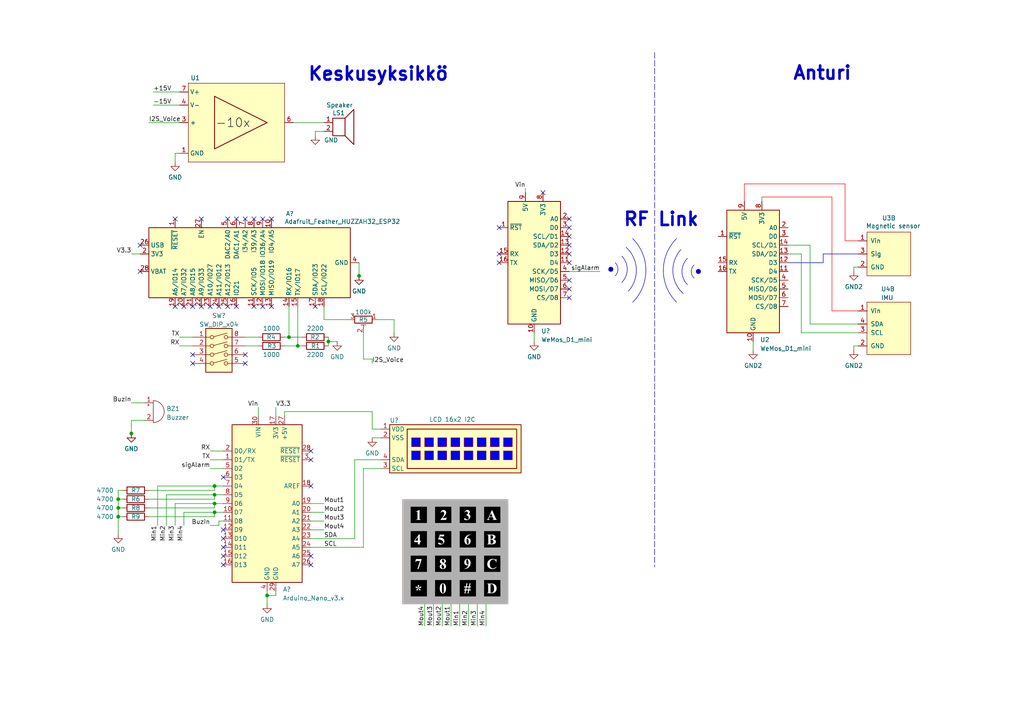
<source format=kicad_sch>
(kicad_sch (version 20231120) (generator "eeschema") (generator_version "8.0")
  (paper "A4")
  (lib_symbols
    (symbol "4002_1" (pin_names (offset 1.016))
      (property "Reference" "U4" (at -6.096 8.89 0))
      (property "Value" "IMU" (at -6.096 6.35 0))
      (symbol "4002_1_1_1"
        (arc (start -3.81 -4.445) (mid -2.5908 0) (end -3.81 4.445) (stroke (width 0.254)))
        (arc (start -0.6096 -4.445) (mid 2.2246 -2.8422) (end 3.81 0) (stroke (width 0.254)) (fill (type background)))
        (polyline (pts (xy -3.81 -4.445) (xy -0.635 -4.445)) (stroke (width 0.254)) (fill (type background)))
        (polyline (pts (xy -3.81 4.445) (xy -0.635 4.445)) (stroke (width 0.254)) (fill (type background)))
        (polyline (pts (xy -0.635 4.445) (xy -3.81 4.445) (xy -3.81 4.445) (xy -3.6322 4.0894) (xy -3.0988 2.921) (xy -2.7686 1.6764) (xy -2.6162 0.4318) (xy -2.6416 -0.8636) (xy -2.8702 -2.1082) (xy -3.2512 -3.3274) (xy -3.81 -4.445) (xy -3.81 -4.445) (xy -0.635 -4.445)) (stroke (width -25.4)) (fill (type background)))
        (arc (start 3.81 0) (mid 2.2204 2.8379) (end -0.6096 4.445) (stroke (width 0.254)) (fill (type background)))
        (pin output inverted (at 7.62 0 180) (length 3.81) (name "~") (number "1"))
        (pin input line (at -7.62 3.81 0) (length 3.81) (name "~") (number "2"))
        (pin input line (at -7.62 1.27 0) (length 4.826) (name "~") (number "3"))
        (pin input line (at -7.62 -1.27 0) (length 4.826) (name "~") (number "4"))
        (pin input line (at -7.62 -3.81 0) (length 3.81) (name "~") (number "5"))
      )
      (symbol "4002_1_1_2"
        (arc (start -0.635 -4.445) (mid 3.7907 0) (end -0.635 4.445) (stroke (width 0.254)) (fill (type background)))
        (polyline (pts (xy -0.635 4.445) (xy -3.81 4.445) (xy -3.81 -4.445) (xy -0.635 -4.445)) (stroke (width 0.254)) (fill (type background)))
        (pin output line (at 7.62 0 180) (length 3.81) (name "~") (number "1"))
        (pin input inverted (at -7.62 3.81 0) (length 3.81) (name "~") (number "2"))
        (pin input inverted (at -7.62 1.27 0) (length 3.81) (name "~") (number "3"))
        (pin input inverted (at -7.62 -1.27 0) (length 3.81) (name "~") (number "4"))
        (pin input inverted (at -7.62 -3.81 0) (length 3.81) (name "~") (number "5"))
      )
      (symbol "4002_1_2_1"
        (rectangle (start -10.16 5.08) (end 2.54 -10.16) (fill (type background)))
        (pin power_in line (at -12.7 2.54 0) (length 2.54) (name "Vin") (number "1"))
        (pin power_in line (at -12.7 -7.62 0) (length 2.54) (name "GND") (number "2"))
        (pin input line (at -12.7 -3.81 0) (length 2.54) (name "SCL") (number "3"))
        (pin bidirectional line (at -12.7 -1.27 0) (length 2.54) (name "SDA") (number "4"))
      )
      (symbol "4002_1_2_2"
        (arc (start -0.635 -4.445) (mid 3.7907 0) (end -0.635 4.445) (stroke (width 0.254)) (fill (type background)))
        (polyline (pts (xy -0.635 4.445) (xy -3.81 4.445) (xy -3.81 -4.445) (xy -0.635 -4.445)) (stroke (width 0.254)) (fill (type background)))
        (pin input inverted (at -7.62 1.27 0) (length 3.81) (name "~") (number "10"))
        (pin input inverted (at -7.62 -1.27 0) (length 3.81) (name "~") (number "11"))
        (pin input inverted (at -7.62 -3.81 0) (length 3.81) (name "~") (number "12"))
        (pin output line (at 7.62 0 180) (length 3.81) (name "~") (number "13"))
        (pin input inverted (at -7.62 3.81 0) (length 3.81) (name "~") (number "9"))
      )
      (symbol "4002_1_3_0"
        (pin power_in line (at 0 12.7 270) (length 5.08) (name "VDD") (number "14"))
        (pin power_in line (at 0 -12.7 90) (length 5.08) (name "VSS") (number "7"))
      )
      (symbol "4002_1_3_1"
        (rectangle (start -5.08 7.62) (end 5.08 -7.62) (stroke (width 0.254)) (fill (type background)))
      )
    )
    (symbol "4xxx:4002" (pin_names (offset 1.016))
      (property "Reference" "U3" (at 0 4.064 0))
      (property "Value" "Magnetic sensor" (at 0 1.778 0))
      (symbol "4002_1_1"
        (arc (start -3.81 -4.445) (mid -2.5908 0) (end -3.81 4.445) (stroke (width 0.254)))
        (arc (start -0.6096 -4.445) (mid 2.2246 -2.8422) (end 3.81 0) (stroke (width 0.254)) (fill (type background)))
        (polyline (pts (xy -3.81 -4.445) (xy -0.635 -4.445)) (stroke (width 0.254)) (fill (type background)))
        (polyline (pts (xy -3.81 4.445) (xy -0.635 4.445)) (stroke (width 0.254)) (fill (type background)))
        (polyline (pts (xy -0.635 4.445) (xy -3.81 4.445) (xy -3.81 4.445) (xy -3.6322 4.0894) (xy -3.0988 2.921) (xy -2.7686 1.6764) (xy -2.6162 0.4318) (xy -2.6416 -0.8636) (xy -2.8702 -2.1082) (xy -3.2512 -3.3274) (xy -3.81 -4.445) (xy -3.81 -4.445) (xy -0.635 -4.445)) (stroke (width -25.4)) (fill (type background)))
        (arc (start 3.81 0) (mid 2.2204 2.8379) (end -0.6096 4.445) (stroke (width 0.254)) (fill (type background)))
        (pin output inverted (at 7.62 0 180) (length 3.81) (name "~") (number "1"))
        (pin input line (at -7.62 3.81 0) (length 3.81) (name "~") (number "2"))
        (pin input line (at -7.62 1.27 0) (length 4.826) (name "~") (number "3"))
        (pin input line (at -7.62 -1.27 0) (length 4.826) (name "~") (number "4"))
        (pin input line (at -7.62 -3.81 0) (length 3.81) (name "~") (number "5"))
      )
      (symbol "4002_1_2"
        (arc (start -0.635 -4.445) (mid 3.7907 0) (end -0.635 4.445) (stroke (width 0.254)) (fill (type background)))
        (polyline (pts (xy -0.635 4.445) (xy -3.81 4.445) (xy -3.81 -4.445) (xy -0.635 -4.445)) (stroke (width 0.254)) (fill (type background)))
        (pin output line (at 7.62 0 180) (length 3.81) (name "~") (number "1"))
        (pin input inverted (at -7.62 3.81 0) (length 3.81) (name "~") (number "2"))
        (pin input inverted (at -7.62 1.27 0) (length 3.81) (name "~") (number "3"))
        (pin input inverted (at -7.62 -1.27 0) (length 3.81) (name "~") (number "4"))
        (pin input inverted (at -7.62 -3.81 0) (length 3.81) (name "~") (number "5"))
      )
      (symbol "4002_2_1"
        (rectangle (start -7.62 0) (end 5.08 -12.7) (fill (type background)))
        (pin power_in line (at -10.16 -2.54 0) (length 2.54) (name "Vin") (number "1"))
        (pin power_in line (at -10.16 -10.16 0) (length 2.54) (name "GND") (number "2"))
        (pin output line (at -10.16 -6.35 0) (length 2.54) (name "Sig") (number "3"))
      )
      (symbol "4002_2_2"
        (arc (start -0.635 -4.445) (mid 3.7907 0) (end -0.635 4.445) (stroke (width 0.254)) (fill (type background)))
        (polyline (pts (xy -0.635 4.445) (xy -3.81 4.445) (xy -3.81 -4.445) (xy -0.635 -4.445)) (stroke (width 0.254)) (fill (type background)))
        (pin input inverted (at -7.62 1.27 0) (length 3.81) (name "~") (number "10"))
        (pin input inverted (at -7.62 -1.27 0) (length 3.81) (name "~") (number "11"))
        (pin input inverted (at -7.62 -3.81 0) (length 3.81) (name "~") (number "12"))
        (pin output line (at 7.62 0 180) (length 3.81) (name "~") (number "13"))
        (pin input inverted (at -7.62 3.81 0) (length 3.81) (name "~") (number "9"))
      )
      (symbol "4002_3_0"
        (pin power_in line (at 0 12.7 270) (length 5.08) (name "VDD") (number "14"))
        (pin power_in line (at 0 -12.7 90) (length 5.08) (name "VSS") (number "7"))
      )
      (symbol "4002_3_1"
        (rectangle (start -5.08 7.62) (end 5.08 -7.62) (stroke (width 0.254)) (fill (type background)))
      )
    )
    (symbol "Amplifier_Operational:AD8021ARM"
      (property "Reference" "U1" (at 21.59 25.3686 0))
      (symbol "AD8021ARM_0_1"
        (polyline (pts (xy -22.86 -11.43) (xy -7.62 -19.05) (xy -22.86 -26.67) (xy -22.86 -11.43)) (stroke (width 0.254)) (fill (type background)))
      )
      (symbol "AD8021ARM_1_1"
        (rectangle (start -30.48 -7.62) (end -2.54 -30.48) (fill (type background)))
        (text "-10x" (at -17.526 -19.05 0) (effects (font (size 2.54 2.54))))
        (pin power_in line (at -33.02 -27.94 0) (length 2.54) (name "GND") (number "1"))
        (pin input line (at -33.02 -19.05 0) (length 2.54) (name "+") (number "3"))
        (pin power_in line (at -33.02 -13.97 0) (length 2.54) (name "V-") (number "4"))
        (pin output line (at 0 -19.05 180) (length 2.54) (name "~") (number "6"))
        (pin power_in line (at -33.02 -10.16 0) (length 2.54) (name "V+") (number "7"))
      )
    )
    (symbol "Device:Buzzer" (pin_names (offset 0.0254) hide)
      (property "Reference" "BZ" (at 3.81 1.27 0))
      (property "Value" "Buzzer" (at 3.81 -1.27 0))
      (symbol "Buzzer_0_1"
        (arc (start 0 -3.175) (mid 3.1612 0) (end 0 3.175))
        (polyline (pts (xy -1.651 1.905) (xy -1.143 1.905)))
        (polyline (pts (xy -1.397 2.159) (xy -1.397 1.651)))
        (polyline (pts (xy 0 3.175) (xy 0 -3.175)))
      )
      (symbol "Buzzer_1_1"
        (pin passive line (at -2.54 2.54 0) (length 2.54) (name "-") (number "1"))
        (pin passive line (at -2.54 -2.54 0) (length 2.54) (name "+") (number "2"))
      )
    )
    (symbol "Device:R" (pin_numbers hide) (pin_names (offset 0))
      (property "Reference" "R" (at 2.032 0 90))
      (property "Value" "R" (at 0 0 90))
      (symbol "R_0_1"
        (rectangle (start -1.016 -2.54) (end 1.016 2.54) (stroke (width 0.254)))
      )
      (symbol "R_1_1"
        (pin passive line (at 0 3.81 270) (length 1.27) (name "~") (number "1"))
        (pin passive line (at 0 -3.81 90) (length 1.27) (name "~") (number "2"))
      )
    )
    (symbol "Device:R_Potentiometer_Trim" (pin_names (offset 1.016) hide)
      (property "Reference" "RV" (at -4.445 0 90))
      (property "Value" "R_Potentiometer_Trim" (at -2.54 0 90))
      (symbol "R_Potentiometer_Trim_0_1"
        (polyline (pts (xy 1.524 0.762) (xy 1.524 -0.762)))
        (polyline (pts (xy 2.54 0) (xy 1.524 0)))
        (rectangle (start 1.016 2.54) (end -1.016 -2.54) (stroke (width 0.254)))
      )
      (symbol "R_Potentiometer_Trim_1_1"
        (pin passive line (at 0 3.81 270) (length 1.27) (name "1") (number "1"))
        (pin passive line (at 3.81 0 180) (length 1.27) (name "2") (number "2"))
        (pin passive line (at 0 -3.81 90) (length 1.27) (name "3") (number "3"))
      )
    )
    (symbol "Device:Speaker" (pin_names (offset 0) hide)
      (property "Reference" "LS" (at 1.27 5.715 0))
      (property "Value" "Speaker" (at 1.27 3.81 0))
      (symbol "Speaker_0_0"
        (rectangle (start -2.54 1.27) (end 1.016 -3.81) (stroke (width 0.254)))
        (polyline (pts (xy 1.016 1.27) (xy 3.556 3.81) (xy 3.556 -6.35) (xy 1.016 -3.81)) (stroke (width 0.254)))
      )
      (symbol "Speaker_1_1"
        (pin input line (at -5.08 0 0) (length 2.54) (name "1") (number "1"))
        (pin input line (at -5.08 -2.54 0) (length 2.54) (name "2") (number "2"))
      )
    )
    (symbol "Display_Character:EA_T123X-I2C"
      (property "Reference" "U?" (at -10.16 7.62 0))
      (property "Value" "LCD 16x2 I2C" (at 1.27 7.874 0))
      (symbol "EA_T123X-I2C_0_0"
        (rectangle (start -5.08 5.08) (end 26.67 -6.35) (stroke (width 0.254)))
      )
      (symbol "EA_T123X-I2C_0_1"
        (rectangle (start -10.16 6.35) (end 27.94 -7.62) (stroke (width 0.254)) (fill (type background)))
      )
      (symbol "EA_T123X-I2C_1_0"
        (rectangle (start -3.81 -1.27) (end -1.27 -3.81) (fill (type color) (color 0 0 255 1)))
        (rectangle (start -3.81 2.54) (end -1.27 0) (fill (type color) (color 0 0 255 1)))
        (rectangle (start 0 -1.27) (end 2.54 -3.81) (fill (type color) (color 0 0 255 1)))
        (rectangle (start 0 2.54) (end 2.54 0) (fill (type color) (color 0 0 255 1)))
        (rectangle (start 3.81 -1.27) (end 6.35 -3.81) (fill (type color) (color 0 0 255 1)))
        (rectangle (start 3.81 2.54) (end 6.35 0) (fill (type color) (color 0 0 255 1)))
        (rectangle (start 7.62 -1.27) (end 10.16 -3.81) (fill (type color) (color 0 0 255 1)))
        (rectangle (start 7.62 2.54) (end 10.16 0) (fill (type color) (color 0 0 255 1)))
        (rectangle (start 11.43 -1.27) (end 13.97 -3.81) (fill (type color) (color 0 0 255 1)))
        (rectangle (start 11.43 2.54) (end 13.97 0) (fill (type color) (color 0 0 255 1)))
        (rectangle (start 15.24 -1.27) (end 17.78 -3.81) (fill (type color) (color 0 0 255 1)))
        (rectangle (start 15.24 2.54) (end 17.78 0) (fill (type color) (color 0 0 255 1)))
        (rectangle (start 19.05 -1.27) (end 21.59 -3.81) (fill (type color) (color 0 0 255 1)))
        (rectangle (start 19.05 2.54) (end 21.59 0) (fill (type color) (color 0 0 255 1)))
        (rectangle (start 22.86 -1.27) (end 25.4 -3.81) (fill (type color) (color 0 0 255 1)))
        (rectangle (start 22.86 2.54) (end 25.4 0) (fill (type color) (color 0 0 255 1)))
      )
      (symbol "EA_T123X-I2C_1_1"
        (pin power_in line (at -12.7 5.08 0) (length 2.54) (name "VDD") (number "1"))
        (pin power_in line (at -12.7 2.54 0) (length 2.54) (name "VSS") (number "2"))
        (pin input line (at -12.7 -6.35 0) (length 2.54) (name "SCL") (number "3"))
        (pin bidirectional line (at -12.7 -3.81 0) (length 2.54) (name "SDA") (number "4"))
      )
    )
    (symbol "MCU_Module:Adafruit_Feather_HUZZAH32_ESP32"
      (property "Reference" "A" (at -10.16 29.21 0))
      (property "Value" "Adafruit_Feather_HUZZAH32_ESP32" (at 2.54 -31.75 0))
      (symbol "Adafruit_Feather_HUZZAH32_ESP32_0_1"
        (rectangle (start -10.16 27.94) (end 10.16 -30.48) (stroke (width 0.254)) (fill (type background)))
      )
      (symbol "Adafruit_Feather_HUZZAH32_ESP32_1_1"
        (pin input line (at 12.7 20.32 180) (length 2.54) (name "~{RESET}") (number "1"))
        (pin bidirectional line (at 12.7 -7.62 180) (length 2.54) (name "IO4/A5") (number "10"))
        (pin bidirectional line (at -12.7 -2.54 0) (length 2.54) (name "SCK/IO5") (number "11"))
        (pin bidirectional line (at -12.7 -5.08 0) (length 2.54) (name "MOSI/IO18") (number "12"))
        (pin bidirectional line (at -12.7 -7.62 0) (length 2.54) (name "MISO/IO19") (number "13"))
        (pin bidirectional line (at -12.7 -12.7 0) (length 2.54) (name "RX/IO16") (number "14"))
        (pin bidirectional line (at -12.7 -15.24 0) (length 2.54) (name "TX/IO17") (number "15"))
        (pin bidirectional line (at -12.7 2.54 0) (length 2.54) (name "IO21") (number "16"))
        (pin bidirectional line (at -12.7 -20.32 0) (length 2.54) (name "SDA/IO23") (number "17"))
        (pin bidirectional line (at -12.7 -22.86 0) (length 2.54) (name "SCL/IO22") (number "18"))
        (pin bidirectional line (at -12.7 20.32 0) (length 2.54) (name "A6/IO14") (number "19"))
        (pin power_in line (at 2.54 30.48 270) (length 2.54) (name "3V3") (number "2"))
        (pin bidirectional line (at -12.7 17.78 0) (length 2.54) (name "A7/IO32") (number "20"))
        (pin bidirectional line (at -12.7 15.24 0) (length 2.54) (name "A8/IO15") (number "21"))
        (pin bidirectional line (at -12.7 12.7 0) (length 2.54) (name "A9/IO33") (number "22"))
        (pin bidirectional line (at -12.7 10.16 0) (length 2.54) (name "A10/IO27") (number "23"))
        (pin bidirectional line (at -12.7 7.62 0) (length 2.54) (name "A11/IO12") (number "24"))
        (pin bidirectional line (at -12.7 5.08 0) (length 2.54) (name "A12/IO13") (number "25"))
        (pin power_in line (at 5.08 30.48 270) (length 2.54) (name "USB") (number "26"))
        (pin input line (at 12.7 12.7 180) (length 2.54) (name "EN") (number "27"))
        (pin power_in line (at -2.54 30.48 270) (length 2.54) (name "VBAT") (number "28"))
        (pin no_connect line (at 10.16 10.16 180) (length 2.54) hide (name "NC") (number "3"))
        (pin power_in line (at 0 -33.02 90) (length 2.54) (name "GND") (number "4"))
        (pin bidirectional line (at 12.7 5.08 180) (length 2.54) (name "DAC2/A0") (number "5"))
        (pin bidirectional line (at 12.7 2.54 180) (length 2.54) (name "DAC1/A1") (number "6"))
        (pin bidirectional line (at 12.7 0 180) (length 2.54) (name "I34/A2") (number "7"))
        (pin bidirectional line (at 12.7 -2.54 180) (length 2.54) (name "I39/A3") (number "8"))
        (pin bidirectional line (at 12.7 -5.08 180) (length 2.54) (name "IO36/A4") (number "9"))
      )
    )
    (symbol "MCU_Module:Arduino_Nano_v3.x"
      (property "Reference" "A" (at -10.16 23.495 0))
      (property "Value" "Arduino_Nano_v3.x" (at 5.08 -24.13 0))
      (symbol "Arduino_Nano_v3.x_0_1"
        (rectangle (start -10.16 22.86) (end 10.16 -22.86) (stroke (width 0.254)) (fill (type background)))
      )
      (symbol "Arduino_Nano_v3.x_1_1"
        (pin bidirectional line (at -12.7 12.7 0) (length 2.54) (name "D1/TX") (number "1"))
        (pin bidirectional line (at -12.7 -2.54 0) (length 2.54) (name "D7") (number "10"))
        (pin bidirectional line (at -12.7 -5.08 0) (length 2.54) (name "D8") (number "11"))
        (pin bidirectional line (at -12.7 -7.62 0) (length 2.54) (name "D9") (number "12"))
        (pin bidirectional line (at -12.7 -10.16 0) (length 2.54) (name "D10") (number "13"))
        (pin bidirectional line (at -12.7 -12.7 0) (length 2.54) (name "D11") (number "14"))
        (pin bidirectional line (at -12.7 -15.24 0) (length 2.54) (name "D12") (number "15"))
        (pin bidirectional line (at -12.7 -17.78 0) (length 2.54) (name "D13") (number "16"))
        (pin power_out line (at 2.54 25.4 270) (length 2.54) (name "3V3") (number "17"))
        (pin input line (at 12.7 5.08 180) (length 2.54) (name "AREF") (number "18"))
        (pin bidirectional line (at 12.7 0 180) (length 2.54) (name "A0") (number "19"))
        (pin bidirectional line (at -12.7 15.24 0) (length 2.54) (name "D0/RX") (number "2"))
        (pin bidirectional line (at 12.7 -2.54 180) (length 2.54) (name "A1") (number "20"))
        (pin bidirectional line (at 12.7 -5.08 180) (length 2.54) (name "A2") (number "21"))
        (pin bidirectional line (at 12.7 -7.62 180) (length 2.54) (name "A3") (number "22"))
        (pin bidirectional line (at 12.7 -10.16 180) (length 2.54) (name "A4") (number "23"))
        (pin bidirectional line (at 12.7 -12.7 180) (length 2.54) (name "A5") (number "24"))
        (pin bidirectional line (at 12.7 -15.24 180) (length 2.54) (name "A6") (number "25"))
        (pin bidirectional line (at 12.7 -17.78 180) (length 2.54) (name "A7") (number "26"))
        (pin power_out line (at 5.08 25.4 270) (length 2.54) (name "+5V") (number "27"))
        (pin input line (at 12.7 15.24 180) (length 2.54) (name "~{RESET}") (number "28"))
        (pin power_in line (at 2.54 -25.4 90) (length 2.54) (name "GND") (number "29"))
        (pin input line (at 12.7 12.7 180) (length 2.54) (name "~{RESET}") (number "3"))
        (pin power_in line (at -2.54 25.4 270) (length 2.54) (name "VIN") (number "30"))
        (pin power_in line (at 0 -25.4 90) (length 2.54) (name "GND") (number "4"))
        (pin bidirectional line (at -12.7 10.16 0) (length 2.54) (name "D2") (number "5"))
        (pin bidirectional line (at -12.7 7.62 0) (length 2.54) (name "D3") (number "6"))
        (pin bidirectional line (at -12.7 5.08 0) (length 2.54) (name "D4") (number "7"))
        (pin bidirectional line (at -12.7 2.54 0) (length 2.54) (name "D5") (number "8"))
        (pin bidirectional line (at -12.7 0 0) (length 2.54) (name "D6") (number "9"))
      )
    )
    (symbol "MCU_Module:WeMos_D1_mini"
      (property "Reference" "U" (at 3.81 19.05 0))
      (property "Value" "WeMos_D1_mini" (at 1.27 -19.05 0))
      (symbol "WeMos_D1_mini_1_1"
        (rectangle (start -7.62 17.78) (end 7.62 -17.78) (stroke (width 0.254)) (fill (type background)))
        (pin input line (at -10.16 10.16 0) (length 2.54) (name "~{RST}") (number "1"))
        (pin power_in line (at 0 -20.32 90) (length 2.54) (name "GND") (number "10"))
        (pin bidirectional line (at 10.16 0 180) (length 2.54) (name "D4") (number "11"))
        (pin bidirectional line (at 10.16 2.54 180) (length 2.54) (name "D3") (number "12"))
        (pin bidirectional line (at 10.16 5.08 180) (length 2.54) (name "SDA/D2") (number "13"))
        (pin bidirectional line (at 10.16 7.62 180) (length 2.54) (name "SCL/D1") (number "14"))
        (pin input line (at -10.16 2.54 0) (length 2.54) (name "RX") (number "15"))
        (pin output line (at -10.16 0 0) (length 2.54) (name "TX") (number "16"))
        (pin input line (at 10.16 12.7 180) (length 2.54) (name "A0") (number "2"))
        (pin bidirectional line (at 10.16 10.16 180) (length 2.54) (name "D0") (number "3"))
        (pin bidirectional line (at 10.16 -2.54 180) (length 2.54) (name "SCK/D5") (number "4"))
        (pin bidirectional line (at 10.16 -5.08 180) (length 2.54) (name "MISO/D6") (number "5"))
        (pin bidirectional line (at 10.16 -7.62 180) (length 2.54) (name "MOSI/D7") (number "6"))
        (pin bidirectional line (at 10.16 -10.16 180) (length 2.54) (name "CS/D8") (number "7"))
        (pin power_out line (at 2.54 20.32 270) (length 2.54) (name "3V3") (number "8"))
        (pin power_in line (at -2.54 20.32 270) (length 2.54) (name "5V") (number "9"))
      )
    )
    (symbol "Switch:SW_DIP_x04" (pin_names (offset 0) hide)
      (property "Reference" "SW" (at 0 8.89 0))
      (property "Value" "SW_DIP_x04" (at 0 -6.35 0))
      (symbol "SW_DIP_x04_0_0"
        (circle (center -2.032 -2.54) (radius 0.508))
        (circle (center -2.032 0) (radius 0.508))
        (circle (center -2.032 2.54) (radius 0.508))
        (circle (center -2.032 5.08) (radius 0.508))
        (polyline (pts (xy -1.524 -2.3876) (xy 2.3622 -1.3462)))
        (polyline (pts (xy -1.524 0.127) (xy 2.3622 1.1684)))
        (polyline (pts (xy -1.524 2.667) (xy 2.3622 3.7084)))
        (polyline (pts (xy -1.524 5.207) (xy 2.3622 6.2484)))
        (circle (center 2.032 -2.54) (radius 0.508))
        (circle (center 2.032 0) (radius 0.508))
        (circle (center 2.032 2.54) (radius 0.508))
        (circle (center 2.032 5.08) (radius 0.508))
      )
      (symbol "SW_DIP_x04_0_1"
        (rectangle (start -3.81 7.62) (end 3.81 -5.08) (stroke (width 0.254)) (fill (type background)))
      )
      (symbol "SW_DIP_x04_1_1"
        (pin passive line (at -7.62 5.08 0) (length 5.08) (name "~") (number "1"))
        (pin passive line (at -7.62 2.54 0) (length 5.08) (name "~") (number "2"))
        (pin passive line (at -7.62 0 0) (length 5.08) (name "~") (number "3"))
        (pin passive line (at -7.62 -2.54 0) (length 5.08) (name "~") (number "4"))
        (pin passive line (at 7.62 -2.54 180) (length 5.08) (name "~") (number "5"))
        (pin passive line (at 7.62 0 180) (length 5.08) (name "~") (number "6"))
        (pin passive line (at 7.62 2.54 180) (length 5.08) (name "~") (number "7"))
        (pin passive line (at 7.62 5.08 180) (length 5.08) (name "~") (number "8"))
      )
    )
    (symbol "power:GND" (power) (pin_names (offset 0))
      (property "Value" "GND" (at 0 -3.81 0))
      (symbol "GND_0_1"
        (polyline (pts (xy 0 0) (xy 0 -1.27) (xy 1.27 -1.27) (xy 0 -2.54) (xy -1.27 -1.27) (xy 0 -1.27)))
      )
      (symbol "GND_1_1"
        (pin power_in line (at 0 0 270) (length 0) hide (name "GND") (number "1"))
      )
    )
  )
  (junction (at 62.23 143.51))
  (junction (at 34.29 144.78))
  (junction (at 86.36 100.33))
  (junction (at 95.25 99.06))
  (junction (at 104.14 80.01))
  (junction (at 62.23 140.97))
  (junction (at 34.29 149.86))
  (junction (at 62.23 146.05))
  (junction (at 62.23 148.59))
  (junction (at 77.47 172.72))
  (junction (at 38.1 125.73))
  (junction (at 83.82 97.79))
  (junction (at 34.29 147.32))
  (no_connect (at 90.17 133.35))
  (no_connect (at 144.78 66.04))
  (no_connect (at 144.78 73.66))
  (no_connect (at 55.88 102.87))
  (no_connect (at 64.77 156.21))
  (no_connect (at 71.12 63.5))
  (no_connect (at 76.2 63.5))
  (no_connect (at 73.66 63.5))
  (no_connect (at 60.96 88.9))
  (no_connect (at 91.44 88.9))
  (no_connect (at 64.77 158.75))
  (no_connect (at 165.1 76.2))
  (no_connect (at 66.04 63.5))
  (no_connect (at 50.8 88.9))
  (no_connect (at 165.1 83.82))
  (no_connect (at 165.1 71.12))
  (no_connect (at 64.77 138.43))
  (no_connect (at 76.2 88.9))
  (no_connect (at 53.34 88.9))
  (no_connect (at 63.5 88.9))
  (no_connect (at 64.77 163.83))
  (no_connect (at 90.17 161.29))
  (no_connect (at 78.74 88.9))
  (no_connect (at 144.78 76.2))
  (no_connect (at 40.64 71.12))
  (no_connect (at 90.17 130.81))
  (no_connect (at 55.88 88.9))
  (no_connect (at 50.8 63.5))
  (no_connect (at 71.12 102.87))
  (no_connect (at 78.74 63.5))
  (no_connect (at 157.48 55.88))
  (no_connect (at 90.17 140.97))
  (no_connect (at 165.1 66.04))
  (no_connect (at 73.66 88.9))
  (no_connect (at 90.17 163.83))
  (no_connect (at 165.1 86.36))
  (no_connect (at 165.1 68.58))
  (no_connect (at 64.77 153.67))
  (no_connect (at 165.1 73.66))
  (no_connect (at 66.04 88.9))
  (no_connect (at 71.12 105.41))
  (no_connect (at 165.1 81.28))
  (no_connect (at 68.58 88.9))
  (no_connect (at 58.42 88.9))
  (no_connect (at 58.42 63.5))
  (no_connect (at 55.88 105.41))
  (no_connect (at 40.64 78.74))
  (no_connect (at 64.77 161.29))
  (no_connect (at 165.1 63.5))
  (no_connect (at 68.58 63.5))
  (wire (pts (xy 220.98 57.15) (xy 241.3 57.15)) (stroke (width 0) (color 255 0 0 1)))
  (wire (pts (xy 154.94 96.52) (xy 154.94 99.06)))
  (wire (pts (xy 228.6 71.12) (xy 234.95 71.12)))
  (wire (pts (xy 130.81 175.26) (xy 130.81 181.61)))
  (wire (pts (xy 234.95 93.98) (xy 248.92 93.98)))
  (wire (pts (xy 64.77 151.13) (xy 63.5 151.13)))
  (wire (pts (xy 34.29 144.78) (xy 35.56 144.78)))
  (wire (pts (xy 34.29 142.24) (xy 34.29 144.78)))
  (wire (pts (xy 60.96 135.89) (xy 64.77 135.89)))
  (wire (pts (xy 138.43 175.26) (xy 138.43 181.61)))
  (wire (pts (xy 77.47 172.72) (xy 77.47 175.26)))
  (wire (pts (xy 50.8 146.05) (xy 62.23 146.05)))
  (wire (pts (xy 238.76 76.2) (xy 238.76 73.66)) (stroke (width 0) (color 0 0 194 1)))
  (wire (pts (xy 48.26 143.51) (xy 62.23 143.51)))
  (wire (pts (xy 247.65 77.47) (xy 247.65 78.74)))
  (wire (pts (xy 52.07 97.79) (xy 55.88 97.79)))
  (wire (pts (xy 80.01 118.11) (xy 80.01 120.65)))
  (wire (pts (xy 52.07 100.33) (xy 55.88 100.33)))
  (wire (pts (xy 248.92 100.33) (xy 247.65 100.33)))
  (wire (pts (xy 95.25 97.79) (xy 95.25 99.06)))
  (wire (pts (xy 248.92 77.47) (xy 247.65 77.47)))
  (wire (pts (xy 248.92 69.85) (xy 245.11 69.85)) (stroke (width 0) (color 255 0 0 1)))
  (wire (pts (xy 86.36 100.33) (xy 87.63 100.33)))
  (wire (pts (xy 218.44 99.06) (xy 218.44 101.6)))
  (wire (pts (xy 241.3 57.15) (xy 241.3 90.17)) (stroke (width 0) (color 255 0 0 1)))
  (wire (pts (xy 74.93 118.11) (xy 74.93 120.65)))
  (wire (pts (xy 93.98 88.9) (xy 93.98 92.71)))
  (wire (pts (xy 228.6 73.66) (xy 232.41 73.66)))
  (wire (pts (xy 34.29 149.86) (xy 34.29 154.94)))
  (wire (pts (xy 71.12 100.33) (xy 74.93 100.33)))
  (wire (pts (xy 232.41 96.52) (xy 248.92 96.52)))
  (wire (pts (xy 95.25 99.06) (xy 97.79 99.06)))
  (wire (pts (xy 123.19 175.26) (xy 123.19 181.61)))
  (wire (pts (xy 45.72 140.97) (xy 62.23 140.97)))
  (wire (pts (xy 107.95 104.14) (xy 107.95 105.41)))
  (wire (pts (xy 38.1 121.92) (xy 38.1 125.73)))
  (wire (pts (xy 80.01 171.45) (xy 80.01 172.72)))
  (wire (pts (xy 105.41 104.14) (xy 105.41 96.52)))
  (wire (pts (xy 38.1 116.84) (xy 41.91 116.84)))
  (wire (pts (xy 82.55 97.79) (xy 83.82 97.79)))
  (wire (pts (xy 109.22 92.71) (xy 114.3 92.71)))
  (wire (pts (xy 90.17 148.59) (xy 93.98 148.59)))
  (wire (pts (xy 90.17 156.21) (xy 102.87 156.21)))
  (wire (pts (xy 34.29 149.86) (xy 35.56 149.86)))
  (wire (pts (xy 228.6 76.2) (xy 238.76 76.2)) (stroke (width 0) (color 0 0 194 1)))
  (wire (pts (xy 245.11 69.85) (xy 245.11 53.34)) (stroke (width 0) (color 255 0 0 1)))
  (wire (pts (xy 41.91 121.92) (xy 38.1 121.92)))
  (wire (pts (xy 128.27 175.26) (xy 128.27 181.61)))
  (wire (pts (xy 62.23 143.51) (xy 62.23 144.78)))
  (wire (pts (xy 60.96 152.4) (xy 63.5 152.4)))
  (wire (pts (xy 43.18 149.86) (xy 62.23 149.86)))
  (wire (pts (xy 241.3 90.17) (xy 248.92 90.17)) (stroke (width 0) (color 255 0 0 1)))
  (wire (pts (xy 35.56 142.24) (xy 34.29 142.24)))
  (wire (pts (xy 77.47 172.72) (xy 80.01 172.72)))
  (wire (pts (xy 82.55 119.38) (xy 107.95 119.38)))
  (wire (pts (xy 114.3 92.71) (xy 114.3 96.52)))
  (wire (pts (xy 110.49 127) (xy 107.95 127)))
  (polyline (pts (xy 189.865 15.24) (xy 189.865 164.465)) (stroke (width 0) (type dash)))
  (wire (pts (xy 53.34 148.59) (xy 62.23 148.59)))
  (wire (pts (xy 152.4 54.61) (xy 152.4 55.88)))
  (wire (pts (xy 86.36 88.9) (xy 86.36 100.33)))
  (wire (pts (xy 165.1 78.74) (xy 173.99 78.74)))
  (wire (pts (xy 83.82 97.79) (xy 87.63 97.79)))
  (wire (pts (xy 82.55 120.65) (xy 82.55 119.38)))
  (wire (pts (xy 48.26 143.51) (xy 48.26 152.4)))
  (wire (pts (xy 62.23 140.97) (xy 62.23 142.24)))
  (wire (pts (xy 71.12 97.79) (xy 74.93 97.79)))
  (wire (pts (xy 34.29 144.78) (xy 34.29 147.32)))
  (wire (pts (xy 232.41 73.66) (xy 232.41 96.52)))
  (wire (pts (xy 53.34 148.59) (xy 53.34 152.4)))
  (wire (pts (xy 107.95 119.38) (xy 107.95 124.46)))
  (wire (pts (xy 45.72 140.97) (xy 45.72 152.4)))
  (wire (pts (xy 90.17 153.67) (xy 93.98 153.67)))
  (wire (pts (xy 105.41 158.75) (xy 105.41 135.89)))
  (wire (pts (xy 91.44 38.1) (xy 93.98 38.1)))
  (wire (pts (xy 220.98 58.42) (xy 220.98 57.15)))
  (wire (pts (xy 52.07 44.45) (xy 50.8 44.45)))
  (wire (pts (xy 85.09 35.56) (xy 93.98 35.56)))
  (wire (pts (xy 245.11 53.34) (xy 215.9 53.34)) (stroke (width 0) (color 255 0 0 1)))
  (wire (pts (xy 62.23 148.59) (xy 62.23 149.86)))
  (wire (pts (xy 43.18 147.32) (xy 62.23 147.32)))
  (wire (pts (xy 43.18 144.78) (xy 62.23 144.78)))
  (wire (pts (xy 83.82 88.9) (xy 83.82 97.79)))
  (wire (pts (xy 60.96 130.81) (xy 64.77 130.81)))
  (wire (pts (xy 60.96 133.35) (xy 64.77 133.35)))
  (wire (pts (xy 77.47 171.45) (xy 77.47 172.72)))
  (wire (pts (xy 62.23 140.97) (xy 64.77 140.97)))
  (wire (pts (xy 102.87 133.35) (xy 102.87 156.21)))
  (wire (pts (xy 50.8 146.05) (xy 50.8 152.4)))
  (wire (pts (xy 43.18 142.24) (xy 62.23 142.24)))
  (wire (pts (xy 44.45 30.48) (xy 52.07 30.48)))
  (wire (pts (xy 105.41 135.89) (xy 110.49 135.89)))
  (wire (pts (xy 95.25 99.06) (xy 95.25 100.33)))
  (wire (pts (xy 107.95 104.14) (xy 105.41 104.14)))
  (wire (pts (xy 215.9 53.34) (xy 215.9 58.42)) (stroke (width 0) (color 255 0 0 1)))
  (wire (pts (xy 90.17 146.05) (xy 93.98 146.05)))
  (wire (pts (xy 34.29 147.32) (xy 35.56 147.32)))
  (wire (pts (xy 90.17 158.75) (xy 105.41 158.75)))
  (wire (pts (xy 50.8 44.45) (xy 50.8 46.99)))
  (wire (pts (xy 107.95 124.46) (xy 110.49 124.46)))
  (wire (pts (xy 238.76 73.66) (xy 248.92 73.66)) (stroke (width 0) (color 0 0 194 1)))
  (wire (pts (xy 133.35 175.26) (xy 133.35 181.61)))
  (wire (pts (xy 38.1 73.66) (xy 40.64 73.66)))
  (wire (pts (xy 247.65 100.33) (xy 247.65 101.6)))
  (wire (pts (xy 62.23 148.59) (xy 64.77 148.59)))
  (wire (pts (xy 135.89 175.26) (xy 135.89 181.61)))
  (wire (pts (xy 93.98 92.71) (xy 101.6 92.71)))
  (wire (pts (xy 140.97 175.26) (xy 140.97 181.61)))
  (wire (pts (xy 43.18 35.56) (xy 52.07 35.56)))
  (wire (pts (xy 90.17 151.13) (xy 93.98 151.13)))
  (wire (pts (xy 44.45 26.67) (xy 52.07 26.67)))
  (wire (pts (xy 104.14 76.2) (xy 104.14 80.01)))
  (wire (pts (xy 63.5 151.13) (xy 63.5 152.4)))
  (wire (pts (xy 82.55 100.33) (xy 86.36 100.33)))
  (wire (pts (xy 91.44 39.37) (xy 91.44 38.1)))
  (wire (pts (xy 62.23 143.51) (xy 64.77 143.51)))
  (wire (pts (xy 234.95 71.12) (xy 234.95 93.98)))
  (wire (pts (xy 62.23 146.05) (xy 64.77 146.05)))
  (wire (pts (xy 34.29 147.32) (xy 34.29 149.86)))
  (wire (pts (xy 102.87 133.35) (xy 110.49 133.35)))
  (wire (pts (xy 125.73 175.26) (xy 125.73 181.61)))
  (wire (pts (xy 62.23 146.05) (xy 62.23 147.32)))
  (arc (start 196.215 87.63) (mid 192.4011 78.4225) (end 196.215 69.215))
  (arc (start 201.295 80.645) (mid 200.5059 78.74) (end 201.295 76.835))
  (arc (start 183.515 69.215) (mid 187.3294 78.4226) (end 183.515 87.63))
  (arc (start 181.61 71.755) (mid 184.5576 77.9734) (end 182.245 84.455))
  (circle (center 177.165 78.105) (radius 0.635) (fill (type color) (color 0 0 194 1)))
  (arc (start 199.39 82.55) (mid 197.8118 78.74) (end 199.39 74.93))
  (arc (start 178.435 76.2) (mid 179.2241 78.105) (end 178.435 80.01))
  (arc (start 180.34 74.295) (mid 181.9182 78.105) (end 180.34 81.915))
  (arc (start 198.12 85.09) (mid 195.1722 78.8715) (end 197.485 72.39))
  (circle (center 202.565 78.74) (radius 0.635) (fill (type color) (color 0 0 194 1)))
  (image (at 132.08 160.02) (scale 0.305606))
  (text "Keskusyksikkö\n" (at 109.728 21.59 0) (effects (font (size 3.81 3.81) (thickness 0.762) (bold yes))))
  (text "RF Link\n" (at 191.77 63.754 0) (effects (font (size 3.81 3.81) (thickness 0.762) (bold yes))))
  (text "Anturi" (at 238.506 21.336 0) (effects (font (size 3.81 3.81) (thickness 0.762) (bold yes))))
  (label "+15V" (at 44.45 26.67 0))
  (label "SDA" (at 93.98 156.21 0))
  (label "RX" (at 52.07 100.33 180))
  (label "Mout2" (at 93.98 148.59 0))
  (label "Mout4" (at 123.19 181.61 90))
  (label "V3.3" (at 80.01 118.11 0))
  (label "I2S_Voice" (at 43.18 35.56 0))
  (label "Min2" (at 48.26 152.4 270))
  (label "Vin" (at 74.93 118.11 180))
  (label "Mout1" (at 130.81 181.61 90))
  (label "TX" (at 52.07 97.79 180))
  (label "SCL" (at 93.98 158.75 0))
  (label "Min4" (at 140.97 181.61 90))
  (label "I2S_Voice" (at 107.95 105.41 0))
  (label "Min3" (at 138.43 181.61 90))
  (label "Min3" (at 50.8 152.4 270))
  (label "Min2" (at 135.89 181.61 90))
  (label "Min1" (at 45.72 152.4 270))
  (label "Mout1" (at 93.98 146.05 0))
  (label "Min4" (at 53.34 152.4 270))
  (label "Mout2" (at 128.27 181.61 90))
  (label "Mout4" (at 93.98 153.67 0))
  (label "BuzIn" (at 60.96 152.4 180))
  (label "BuzIn" (at 38.1 116.84 180))
  (label "Vin" (at 152.4 54.61 180))
  (label "V3.3" (at 38.1 73.66 180))
  (label "sigAlarm" (at 173.99 78.74 180))
  (label "RX" (at 60.96 130.81 180))
  (label "Min1" (at 133.35 181.61 90))
  (label "TX" (at 60.96 133.35 180))
  (label "Mout3" (at 125.73 181.61 90))
  (label "-15V" (at 44.45 30.48 0))
  (label "sigAlarm" (at 60.96 135.89 180))
  (label "Mout3" (at 93.98 151.13 0))
  (symbol (lib_id "Device:R") (at 78.74 100.33 90) (unit 1)
    (property "Reference" "R3" (at 77.47 100.33 90) (effects (justify right)))
    (property "Value" "1000" (at 76.2 102.87 90) (effects (justify right)))
  )
  (symbol (lib_id "Display_Character:EA_T123X-I2C") (at 123.19 129.54 0) (unit 1)
    (property "Reference" "U?" (at 113.03 121.92 0) (effects (justify left)))
    (property "Value" "LCD 16x2 I2C" (at 124.46 121.666 0) (effects (justify left)))
  )
  (symbol (lib_id "Device:R") (at 91.44 97.79 90) (unit 1)
    (property "Reference" "R2" (at 92.71 97.79 90) (effects (justify left)))
    (property "Value" "2200" (at 93.98 95.25 90) (effects (justify left)))
  )
  (symbol (lib_id "Device:R") (at 39.37 144.78 90) (unit 1)
    (property "Reference" "R6" (at 39.37 144.78 90))
    (property "Value" "4700" (at 30.48 144.78 90))
  )
  (symbol (lib_id "power:GND") (at 104.14 80.01 0) (unit 1)
    (property "Reference" "#PWR?" (effects (hide yes)))
    (property "Value" "GND" (at 104.14 84.4534 0))
  )
  (symbol (lib_id "power:GND") (at 104.14 80.01 0) (unit 1)
    (property "Reference" "#PWR?" (effects (hide yes)))
    (property "Value" "GND" (at 104.14 84.4534 0))
  )
  (symbol (lib_id "MCU_Module:WeMos_D1_mini") (at 154.94 76.2 0) (unit 1)
    (property "Reference" "U?" (at 156.9594 96.0104 0) (effects (justify left)))
    (property "Value" "WeMos_D1_mini" (at 156.9594 98.5473 0) (effects (justify left)))
    (property "Footprint" "Module:WEMOS_D1_mini_light" (effects (hide yes)))
    (property "Datasheet" "https://wiki.wemos.cc/products:d1:d1_mini#documentation" (effects (hide yes)))
  )
  (symbol (lib_id "Device:R") (at 39.37 142.24 90) (unit 1)
    (property "Reference" "R7" (at 39.37 142.24 90))
    (property "Value" "4700" (at 30.48 142.24 90))
  )
  (symbol (lib_id "Device:Buzzer") (at 44.45 119.38 0) (unit 1)
    (property "Reference" "BZ1" (at 48.26 118.5453 0) (effects (justify left)))
    (property "Value" "Buzzer" (at 48.26 121.0822 0) (effects (justify left)))
  )
  (symbol (lib_id "power:GND") (at 38.1 125.73 0) (unit 1)
    (property "Reference" "#PWR?" (effects (hide yes)))
    (property "Value" "GND" (at 38.1 130.1734 0))
  )
  (symbol (lib_id "power:GND") (at 107.95 127 0) (unit 1)
    (property "Reference" "#PWR03" (effects (hide yes)))
    (property "Value" "GND" (at 107.95 131.4434 0))
  )
  (symbol (lib_id "4xxx:4002") (at 259.08 67.31 0) (unit 2)
    (property "Reference" "U3" (at 257.81 63.246 0))
    (property "Value" "Magnetic sensor" (at 259.08 65.532 0))
  )
  (symbol (lib_id "power:GND") (at 50.8 46.99 0) (unit 1)
    (property "Reference" "#PWR01" (effects (hide yes)))
    (property "Value" "GND" (at 50.8 51.4334 0))
  )
  (symbol (lib_id "Device:R") (at 78.74 97.79 90) (unit 1)
    (property "Reference" "R4" (at 80.01 97.79 90) (effects (justify left)))
    (property "Value" "1000" (at 81.28 95.25 90) (effects (justify left)))
  )
  (symbol (lib_id "power:GND") (at 91.44 39.37 0) (unit 1)
    (property "Reference" "#PWR?" (effects (hide yes)))
    (property "Value" "GND" (at 93.98 40.6399 0) (effects (justify left)))
  )
  (symbol (lib_id "MCU_Module:WeMos_D1_mini") (at 218.44 78.74 0) (unit 1)
    (property "Reference" "U2" (at 220.4594 98.5504 0) (effects (justify left)))
    (property "Value" "WeMos_D1_mini" (at 220.4594 101.0873 0) (effects (justify left)))
    (property "Footprint" "Module:WEMOS_D1_mini_light" (effects (hide yes)))
    (property "Datasheet" "https://wiki.wemos.cc/products:d1:d1_mini#documentation" (effects (hide yes)))
  )
  (symbol (lib_id "power:GND") (at 38.1 125.73 0) (unit 1)
    (property "Reference" "#PWR?" (effects (hide yes)))
    (property "Value" "GND" (at 38.1 130.1734 0))
  )
  (symbol (lib_id "MCU_Module:Adafruit_Feather_HUZZAH32_ESP32") (at 71.12 76.2 90) (unit 1)
    (property "Reference" "A?" (at 84.074 61.976 90))
    (property "Value" "Adafruit_Feather_HUZZAH32_ESP32" (at 99.314 64.262 90))
    (property "Footprint" "Module:Adafruit_Feather" (effects (hide yes)))
    (property "Datasheet" "https://cdn-learn.adafruit.com/downloads/pdf/adafruit-huzzah32-esp32-feather.pdf" (effects (hide yes)))
  )
  (symbol (lib_id "power:GND") (at 247.65 101.6 0) (unit 1)
    (property "Reference" "#PWR06" (effects (hide yes)))
    (property "Value" "GND2" (at 247.65 106.0434 0))
  )
  (symbol (lib_id "Device:R") (at 39.37 149.86 90) (unit 1)
    (property "Reference" "R9" (at 39.37 149.86 90))
    (property "Value" "4700" (at 30.48 149.86 90))
  )
  (symbol (lib_id "power:GND") (at 154.94 99.06 0) (unit 1)
    (property "Reference" "#PWR?" (effects (hide yes)))
    (property "Value" "GND" (at 154.94 103.5034 0))
  )
  (symbol (lib_name "4002_1") (lib_id "4xxx:4002") (at 261.62 92.71 0) (unit 2)
    (property "Reference" "U4" (at 255.524 83.82 0) (effects (justify left)))
    (property "Value" "IMU" (at 255.524 86.36 0) (effects (justify left)))
  )
  (symbol (lib_id "Device:R") (at 91.44 100.33 90) (unit 1)
    (property "Reference" "R1" (at 90.17 100.33 90) (effects (justify right)))
    (property "Value" "2200" (at 88.9 102.87 90) (effects (justify right)))
  )
  (symbol (lib_id "power:GND") (at 77.47 175.26 0) (unit 1)
    (property "Reference" "#PWR04" (effects (hide yes)))
    (property "Value" "GND" (at 77.47 179.7034 0))
  )
  (symbol (lib_id "power:GND") (at 114.3 96.52 0) (unit 1)
    (property "Reference" "#PWR?" (effects (hide yes)))
    (property "Value" "GND" (at 114.3 100.9634 0))
  )
  (symbol (lib_id "Device:R") (at 39.37 147.32 90) (unit 1)
    (property "Reference" "R8" (at 39.37 147.32 90))
    (property "Value" "4700" (at 30.48 147.32 90))
  )
  (symbol (lib_id "Switch:SW_DIP_x04") (at 63.5 102.87 0) (unit 1)
    (property "Reference" "SW?" (at 63.5 91.5502 0))
    (property "Value" "SW_DIP_x04" (at 63.5 94.0871 0))
  )
  (symbol (lib_id "Device:Speaker") (at 99.06 35.56 0) (unit 1)
    (property "Reference" "LS1" (at 100.076 32.766 0) (effects (justify right)))
    (property "Value" "Speaker" (at 102.362 30.48 0) (effects (justify right)))
  )
  (symbol (lib_id "Amplifier_Operational:AD8021ARM") (at 85.09 16.51 0) (unit 1)
    (property "Reference" "U1" (at 56.642 22.606 0))
    (property "Value" "Audio Amplifier" (effects (hide yes)))
  )
  (symbol (lib_id "power:GND") (at 218.44 101.6 0) (unit 1)
    (property "Reference" "#PWR02" (effects (hide yes)))
    (property "Value" "GND2" (at 218.44 106.0434 0))
  )
  (symbol (lib_id "MCU_Module:Arduino_Nano_v3.x") (at 77.47 146.05 0) (unit 1)
    (property "Reference" "A?" (at 82.0294 170.9404 0) (effects (justify left)))
    (property "Value" "Arduino_Nano_v3.x" (at 82.0294 173.4773 0) (effects (justify left)))
    (property "Footprint" "Module:Arduino_Nano" (effects (hide yes)))
    (property "Datasheet" "http://www.mouser.com/pdfdocs/Gravitech_Arduino_Nano3_0.pdf" (effects (hide yes)))
  )
  (symbol (lib_id "power:GND") (at 34.29 154.94 0) (unit 1)
    (property "Reference" "#PWR?" (effects (hide yes)))
    (property "Value" "GND" (at 34.29 159.3834 0))
  )
  (symbol (lib_id "power:GND") (at 97.79 99.06 0) (unit 1)
    (property "Reference" "#PWR?" (effects (hide yes)))
    (property "Value" "GND" (at 97.79 103.5034 0))
  )
  (symbol (lib_id "power:GND") (at 247.65 78.74 0) (unit 1)
    (property "Reference" "#PWR05" (effects (hide yes)))
    (property "Value" "GND2" (at 247.65 83.1834 0))
  )
  (symbol (lib_id "Device:R_Potentiometer_Trim") (at 105.41 92.71 270) (unit 1)
    (property "Reference" "R5" (at 105.41 92.71 90))
    (property "Value" "100k" (at 105.41 90.5311 90))
  )
)
</source>
